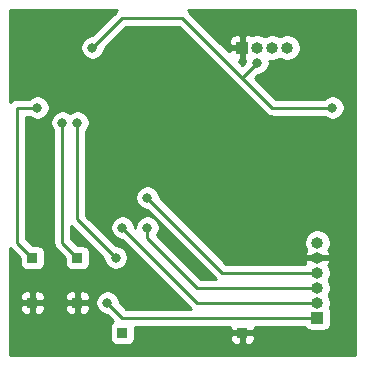
<source format=gbl>
%TF.GenerationSoftware,KiCad,Pcbnew,(5.1.12)-1*%
%TF.CreationDate,2022-02-08T18:48:31+00:00*%
%TF.ProjectId,Watch_PCB_V2,57617463-685f-4504-9342-5f56322e6b69,rev?*%
%TF.SameCoordinates,Original*%
%TF.FileFunction,Copper,L2,Bot*%
%TF.FilePolarity,Positive*%
%FSLAX46Y46*%
G04 Gerber Fmt 4.6, Leading zero omitted, Abs format (unit mm)*
G04 Created by KiCad (PCBNEW (5.1.12)-1) date 2022-02-08 18:48:31*
%MOMM*%
%LPD*%
G01*
G04 APERTURE LIST*
%TA.AperFunction,ComponentPad*%
%ADD10O,1.000000X1.000000*%
%TD*%
%TA.AperFunction,ComponentPad*%
%ADD11R,1.000000X1.000000*%
%TD*%
%TA.AperFunction,ComponentPad*%
%ADD12R,0.850000X0.850000*%
%TD*%
%TA.AperFunction,ViaPad*%
%ADD13C,0.800000*%
%TD*%
%TA.AperFunction,Conductor*%
%ADD14C,0.250000*%
%TD*%
%TA.AperFunction,Conductor*%
%ADD15C,0.254000*%
%TD*%
%TA.AperFunction,Conductor*%
%ADD16C,0.100000*%
%TD*%
G04 APERTURE END LIST*
D10*
%TO.P,ICSP_PORT1,6*%
%TO.N,Vin*%
X217170000Y-83820000D03*
%TO.P,ICSP_PORT1,5*%
%TO.N,GND*%
X217170000Y-85090000D03*
%TO.P,ICSP_PORT1,4*%
%TO.N,SCK*%
X217170000Y-86360000D03*
%TO.P,ICSP_PORT1,3*%
%TO.N,MISO*%
X217170000Y-87630000D03*
%TO.P,ICSP_PORT1,2*%
%TO.N,MOSI*%
X217170000Y-88900000D03*
D11*
%TO.P,ICSP_PORT1,1*%
%TO.N,SS*%
X217170000Y-90170000D03*
%TD*%
D10*
%TO.P,OLED,4*%
%TO.N,SDA*%
X214630000Y-67310000D03*
%TO.P,OLED,3*%
%TO.N,SCL*%
X213360000Y-67310000D03*
%TO.P,OLED,2*%
%TO.N,Vin*%
X212090000Y-67310000D03*
D11*
%TO.P,OLED,1*%
%TO.N,GND*%
X210820000Y-67310000D03*
%TD*%
D12*
%TO.P,GND1,1*%
%TO.N,GND*%
X210820000Y-91440000D03*
%TD*%
%TO.P,LB,1*%
%TO.N,Net-(Left_button1-Pad1)*%
X193040000Y-85090000D03*
%TD*%
%TO.P,LBI,1*%
%TO.N,GND*%
X193040000Y-88900000D03*
%TD*%
%TO.P,RB,1*%
%TO.N,Net-(MCU1-Pad2)*%
X196850000Y-85090000D03*
%TD*%
%TO.P,RBI,1*%
%TO.N,GND*%
X196850000Y-88900000D03*
%TD*%
%TO.P,VDD1,1*%
%TO.N,Vin*%
X200660000Y-91440000D03*
%TD*%
D13*
%TO.N,GND*%
X205740000Y-77470000D03*
X200660000Y-76200000D03*
%TO.N,SS*%
X199390000Y-88900000D03*
%TO.N,MOSI*%
X200660000Y-82550000D03*
X200660000Y-82550000D03*
%TO.N,MISO*%
X202770001Y-82550000D03*
%TO.N,SCK*%
X202770001Y-80010000D03*
%TO.N,Net-(Left_button1-Pad1)*%
X193469999Y-72390000D03*
%TO.N,Net-(MCU1-Pad2)*%
X195580000Y-73660000D03*
%TO.N,SCL*%
X198120000Y-67310000D03*
X218440000Y-72390000D03*
X212090000Y-68580000D03*
%TO.N,Net-(MCU1-Pad29)*%
X200095000Y-85090000D03*
X196850000Y-73660000D03*
%TD*%
D14*
%TO.N,SS*%
X199390000Y-88900000D02*
X200660000Y-90170000D01*
X200660000Y-90170000D02*
X217170000Y-90170000D01*
%TO.N,MOSI*%
X207010000Y-88900000D02*
X217170000Y-88900000D01*
X200660000Y-82550000D02*
X207010000Y-88900000D01*
%TO.N,MISO*%
X202770001Y-82550000D02*
X202770001Y-83390001D01*
X207010000Y-87630000D02*
X217170000Y-87630000D01*
X202770001Y-83390001D02*
X207010000Y-87630000D01*
%TO.N,SCK*%
X202770001Y-80010000D02*
X209120001Y-86360000D01*
X209120001Y-86360000D02*
X217170000Y-86360000D01*
%TO.N,Net-(Left_button1-Pad1)*%
X193469999Y-72390000D02*
X191770000Y-72390000D01*
X191770000Y-83820000D02*
X193040000Y-85090000D01*
X191770000Y-72390000D02*
X191770000Y-83820000D01*
%TO.N,Net-(MCU1-Pad2)*%
X195580000Y-83820000D02*
X196850000Y-85090000D01*
X195580000Y-74930000D02*
X195580000Y-83820000D01*
X195580000Y-73660000D02*
X195580000Y-74930000D01*
%TO.N,SCL*%
X198120000Y-67310000D02*
X200660000Y-64770000D01*
X200660000Y-64770000D02*
X205740000Y-64770000D01*
X213360000Y-72390000D02*
X218440000Y-72390000D01*
X210820000Y-69850000D02*
X213360000Y-72390000D01*
X205740000Y-64770000D02*
X210820000Y-69850000D01*
X210820000Y-69850000D02*
X212090000Y-68580000D01*
%TO.N,Net-(MCU1-Pad29)*%
X196850000Y-81845000D02*
X200095000Y-85090000D01*
X196850000Y-73660000D02*
X196850000Y-81845000D01*
%TD*%
D15*
%TO.N,GND*%
X200148996Y-64206201D02*
X200148992Y-64206205D01*
X200119999Y-64229999D01*
X200096205Y-64258992D01*
X198080199Y-66275000D01*
X198018061Y-66275000D01*
X197818102Y-66314774D01*
X197629744Y-66392795D01*
X197460226Y-66506063D01*
X197316063Y-66650226D01*
X197202795Y-66819744D01*
X197124774Y-67008102D01*
X197085000Y-67208061D01*
X197085000Y-67411939D01*
X197124774Y-67611898D01*
X197202795Y-67800256D01*
X197316063Y-67969774D01*
X197460226Y-68113937D01*
X197629744Y-68227205D01*
X197818102Y-68305226D01*
X198018061Y-68345000D01*
X198221939Y-68345000D01*
X198421898Y-68305226D01*
X198610256Y-68227205D01*
X198779774Y-68113937D01*
X198923937Y-67969774D01*
X199037205Y-67800256D01*
X199115226Y-67611898D01*
X199155000Y-67411939D01*
X199155000Y-67349801D01*
X200974803Y-65530000D01*
X205425199Y-65530000D01*
X210256200Y-70361002D01*
X210279999Y-70390001D01*
X210308997Y-70413799D01*
X210309002Y-70413803D01*
X212796205Y-72901008D01*
X212819999Y-72930001D01*
X212848992Y-72953795D01*
X212848996Y-72953799D01*
X212905568Y-73000226D01*
X212935724Y-73024974D01*
X213067753Y-73095546D01*
X213211014Y-73139003D01*
X213322667Y-73150000D01*
X213322676Y-73150000D01*
X213359999Y-73153676D01*
X213397322Y-73150000D01*
X217736289Y-73150000D01*
X217780226Y-73193937D01*
X217949744Y-73307205D01*
X218138102Y-73385226D01*
X218338061Y-73425000D01*
X218541939Y-73425000D01*
X218741898Y-73385226D01*
X218930256Y-73307205D01*
X219099774Y-73193937D01*
X219243937Y-73049774D01*
X219357205Y-72880256D01*
X219435226Y-72691898D01*
X219475000Y-72491939D01*
X219475000Y-72288061D01*
X219435226Y-72088102D01*
X219357205Y-71899744D01*
X219243937Y-71730226D01*
X219099774Y-71586063D01*
X218930256Y-71472795D01*
X218741898Y-71394774D01*
X218541939Y-71355000D01*
X218338061Y-71355000D01*
X218138102Y-71394774D01*
X217949744Y-71472795D01*
X217780226Y-71586063D01*
X217736289Y-71630000D01*
X213674803Y-71630000D01*
X211894801Y-69850000D01*
X212129802Y-69615000D01*
X212191939Y-69615000D01*
X212391898Y-69575226D01*
X212580256Y-69497205D01*
X212749774Y-69383937D01*
X212893937Y-69239774D01*
X213007205Y-69070256D01*
X213085226Y-68881898D01*
X213125000Y-68681939D01*
X213125000Y-68478061D01*
X213113077Y-68418120D01*
X213248212Y-68445000D01*
X213471788Y-68445000D01*
X213691067Y-68401383D01*
X213897624Y-68315824D01*
X213995000Y-68250759D01*
X214092376Y-68315824D01*
X214298933Y-68401383D01*
X214518212Y-68445000D01*
X214741788Y-68445000D01*
X214961067Y-68401383D01*
X215167624Y-68315824D01*
X215353520Y-68191612D01*
X215511612Y-68033520D01*
X215635824Y-67847624D01*
X215721383Y-67641067D01*
X215765000Y-67421788D01*
X215765000Y-67198212D01*
X215721383Y-66978933D01*
X215635824Y-66772376D01*
X215511612Y-66586480D01*
X215353520Y-66428388D01*
X215167624Y-66304176D01*
X214961067Y-66218617D01*
X214741788Y-66175000D01*
X214518212Y-66175000D01*
X214298933Y-66218617D01*
X214092376Y-66304176D01*
X213995000Y-66369241D01*
X213897624Y-66304176D01*
X213691067Y-66218617D01*
X213471788Y-66175000D01*
X213248212Y-66175000D01*
X213028933Y-66218617D01*
X212822376Y-66304176D01*
X212725000Y-66369241D01*
X212627624Y-66304176D01*
X212421067Y-66218617D01*
X212201788Y-66175000D01*
X211978212Y-66175000D01*
X211758933Y-66218617D01*
X211647226Y-66264888D01*
X211564180Y-66220498D01*
X211444482Y-66184188D01*
X211320000Y-66171928D01*
X211105750Y-66175000D01*
X210947000Y-66333750D01*
X210947000Y-67183000D01*
X210958026Y-67183000D01*
X210955000Y-67198212D01*
X210955000Y-67421788D01*
X210958026Y-67437000D01*
X210947000Y-67437000D01*
X210947000Y-68286250D01*
X211068905Y-68408155D01*
X211055000Y-68478061D01*
X211055000Y-68540198D01*
X210820000Y-68775198D01*
X210490430Y-68445628D01*
X210534250Y-68445000D01*
X210693000Y-68286250D01*
X210693000Y-67437000D01*
X209843750Y-67437000D01*
X209685000Y-67595750D01*
X209684372Y-67639570D01*
X208854802Y-66810000D01*
X209681928Y-66810000D01*
X209685000Y-67024250D01*
X209843750Y-67183000D01*
X210693000Y-67183000D01*
X210693000Y-66333750D01*
X210534250Y-66175000D01*
X210320000Y-66171928D01*
X210195518Y-66184188D01*
X210075820Y-66220498D01*
X209965506Y-66279463D01*
X209868815Y-66358815D01*
X209789463Y-66455506D01*
X209730498Y-66565820D01*
X209694188Y-66685518D01*
X209681928Y-66810000D01*
X208854802Y-66810000D01*
X206303804Y-64259003D01*
X206280001Y-64229999D01*
X206194707Y-64160000D01*
X220320000Y-64160000D01*
X220320001Y-93320000D01*
X191160000Y-93320000D01*
X191160000Y-89325000D01*
X191976928Y-89325000D01*
X191989188Y-89449482D01*
X192025498Y-89569180D01*
X192084463Y-89679494D01*
X192163815Y-89776185D01*
X192260506Y-89855537D01*
X192370820Y-89914502D01*
X192490518Y-89950812D01*
X192615000Y-89963072D01*
X192754250Y-89960000D01*
X192913000Y-89801250D01*
X192913000Y-89027000D01*
X193167000Y-89027000D01*
X193167000Y-89801250D01*
X193325750Y-89960000D01*
X193465000Y-89963072D01*
X193589482Y-89950812D01*
X193709180Y-89914502D01*
X193819494Y-89855537D01*
X193916185Y-89776185D01*
X193995537Y-89679494D01*
X194054502Y-89569180D01*
X194090812Y-89449482D01*
X194103072Y-89325000D01*
X195786928Y-89325000D01*
X195799188Y-89449482D01*
X195835498Y-89569180D01*
X195894463Y-89679494D01*
X195973815Y-89776185D01*
X196070506Y-89855537D01*
X196180820Y-89914502D01*
X196300518Y-89950812D01*
X196425000Y-89963072D01*
X196564250Y-89960000D01*
X196723000Y-89801250D01*
X196723000Y-89027000D01*
X196977000Y-89027000D01*
X196977000Y-89801250D01*
X197135750Y-89960000D01*
X197275000Y-89963072D01*
X197399482Y-89950812D01*
X197519180Y-89914502D01*
X197629494Y-89855537D01*
X197726185Y-89776185D01*
X197805537Y-89679494D01*
X197864502Y-89569180D01*
X197900812Y-89449482D01*
X197913072Y-89325000D01*
X197910000Y-89185750D01*
X197751250Y-89027000D01*
X196977000Y-89027000D01*
X196723000Y-89027000D01*
X195948750Y-89027000D01*
X195790000Y-89185750D01*
X195786928Y-89325000D01*
X194103072Y-89325000D01*
X194100000Y-89185750D01*
X193941250Y-89027000D01*
X193167000Y-89027000D01*
X192913000Y-89027000D01*
X192138750Y-89027000D01*
X191980000Y-89185750D01*
X191976928Y-89325000D01*
X191160000Y-89325000D01*
X191160000Y-88798061D01*
X198355000Y-88798061D01*
X198355000Y-89001939D01*
X198394774Y-89201898D01*
X198472795Y-89390256D01*
X198586063Y-89559774D01*
X198730226Y-89703937D01*
X198899744Y-89817205D01*
X199088102Y-89895226D01*
X199288061Y-89935000D01*
X199350199Y-89935000D01*
X199892989Y-90477791D01*
X199880506Y-90484463D01*
X199783815Y-90563815D01*
X199704463Y-90660506D01*
X199645498Y-90770820D01*
X199609188Y-90890518D01*
X199596928Y-91015000D01*
X199596928Y-91865000D01*
X199609188Y-91989482D01*
X199645498Y-92109180D01*
X199704463Y-92219494D01*
X199783815Y-92316185D01*
X199880506Y-92395537D01*
X199990820Y-92454502D01*
X200110518Y-92490812D01*
X200235000Y-92503072D01*
X201085000Y-92503072D01*
X201209482Y-92490812D01*
X201329180Y-92454502D01*
X201439494Y-92395537D01*
X201536185Y-92316185D01*
X201615537Y-92219494D01*
X201674502Y-92109180D01*
X201710812Y-91989482D01*
X201723072Y-91865000D01*
X209756928Y-91865000D01*
X209769188Y-91989482D01*
X209805498Y-92109180D01*
X209864463Y-92219494D01*
X209943815Y-92316185D01*
X210040506Y-92395537D01*
X210150820Y-92454502D01*
X210270518Y-92490812D01*
X210395000Y-92503072D01*
X210534250Y-92500000D01*
X210693000Y-92341250D01*
X210693000Y-91567000D01*
X210947000Y-91567000D01*
X210947000Y-92341250D01*
X211105750Y-92500000D01*
X211245000Y-92503072D01*
X211369482Y-92490812D01*
X211489180Y-92454502D01*
X211599494Y-92395537D01*
X211696185Y-92316185D01*
X211775537Y-92219494D01*
X211834502Y-92109180D01*
X211870812Y-91989482D01*
X211883072Y-91865000D01*
X211880000Y-91725750D01*
X211721250Y-91567000D01*
X210947000Y-91567000D01*
X210693000Y-91567000D01*
X209918750Y-91567000D01*
X209760000Y-91725750D01*
X209756928Y-91865000D01*
X201723072Y-91865000D01*
X201723072Y-91015000D01*
X201714701Y-90930000D01*
X209765299Y-90930000D01*
X209756928Y-91015000D01*
X209760000Y-91154250D01*
X209918750Y-91313000D01*
X210693000Y-91313000D01*
X210693000Y-91293000D01*
X210947000Y-91293000D01*
X210947000Y-91313000D01*
X211721250Y-91313000D01*
X211880000Y-91154250D01*
X211883072Y-91015000D01*
X211874701Y-90930000D01*
X216088954Y-90930000D01*
X216139463Y-91024494D01*
X216218815Y-91121185D01*
X216315506Y-91200537D01*
X216425820Y-91259502D01*
X216545518Y-91295812D01*
X216670000Y-91308072D01*
X217670000Y-91308072D01*
X217794482Y-91295812D01*
X217914180Y-91259502D01*
X218024494Y-91200537D01*
X218121185Y-91121185D01*
X218200537Y-91024494D01*
X218259502Y-90914180D01*
X218295812Y-90794482D01*
X218308072Y-90670000D01*
X218308072Y-89670000D01*
X218295812Y-89545518D01*
X218259502Y-89425820D01*
X218215112Y-89342774D01*
X218261383Y-89231067D01*
X218305000Y-89011788D01*
X218305000Y-88788212D01*
X218261383Y-88568933D01*
X218175824Y-88362376D01*
X218110759Y-88265000D01*
X218175824Y-88167624D01*
X218261383Y-87961067D01*
X218305000Y-87741788D01*
X218305000Y-87518212D01*
X218261383Y-87298933D01*
X218175824Y-87092376D01*
X218110759Y-86995000D01*
X218175824Y-86897624D01*
X218261383Y-86691067D01*
X218305000Y-86471788D01*
X218305000Y-86248212D01*
X218261383Y-86028933D01*
X218175824Y-85822376D01*
X218107647Y-85720342D01*
X218157123Y-85650206D01*
X218247446Y-85446864D01*
X218264119Y-85391874D01*
X218137954Y-85217000D01*
X217297000Y-85217000D01*
X217297000Y-85228026D01*
X217281788Y-85225000D01*
X217058212Y-85225000D01*
X217043000Y-85228026D01*
X217043000Y-85217000D01*
X216202046Y-85217000D01*
X216075881Y-85391874D01*
X216092554Y-85446864D01*
X216160576Y-85600000D01*
X209434803Y-85600000D01*
X207543015Y-83708212D01*
X216035000Y-83708212D01*
X216035000Y-83931788D01*
X216078617Y-84151067D01*
X216164176Y-84357624D01*
X216232353Y-84459658D01*
X216182877Y-84529794D01*
X216092554Y-84733136D01*
X216075881Y-84788126D01*
X216202046Y-84963000D01*
X217043000Y-84963000D01*
X217043000Y-84951974D01*
X217058212Y-84955000D01*
X217281788Y-84955000D01*
X217297000Y-84951974D01*
X217297000Y-84963000D01*
X218137954Y-84963000D01*
X218264119Y-84788126D01*
X218247446Y-84733136D01*
X218157123Y-84529794D01*
X218107647Y-84459658D01*
X218175824Y-84357624D01*
X218261383Y-84151067D01*
X218305000Y-83931788D01*
X218305000Y-83708212D01*
X218261383Y-83488933D01*
X218175824Y-83282376D01*
X218051612Y-83096480D01*
X217893520Y-82938388D01*
X217707624Y-82814176D01*
X217501067Y-82728617D01*
X217281788Y-82685000D01*
X217058212Y-82685000D01*
X216838933Y-82728617D01*
X216632376Y-82814176D01*
X216446480Y-82938388D01*
X216288388Y-83096480D01*
X216164176Y-83282376D01*
X216078617Y-83488933D01*
X216035000Y-83708212D01*
X207543015Y-83708212D01*
X203805001Y-79970199D01*
X203805001Y-79908061D01*
X203765227Y-79708102D01*
X203687206Y-79519744D01*
X203573938Y-79350226D01*
X203429775Y-79206063D01*
X203260257Y-79092795D01*
X203071899Y-79014774D01*
X202871940Y-78975000D01*
X202668062Y-78975000D01*
X202468103Y-79014774D01*
X202279745Y-79092795D01*
X202110227Y-79206063D01*
X201966064Y-79350226D01*
X201852796Y-79519744D01*
X201774775Y-79708102D01*
X201735001Y-79908061D01*
X201735001Y-80111939D01*
X201774775Y-80311898D01*
X201852796Y-80500256D01*
X201966064Y-80669774D01*
X202110227Y-80813937D01*
X202279745Y-80927205D01*
X202468103Y-81005226D01*
X202668062Y-81045000D01*
X202730200Y-81045000D01*
X208555199Y-86870000D01*
X207324802Y-86870000D01*
X203610242Y-83155441D01*
X203687206Y-83040256D01*
X203765227Y-82851898D01*
X203805001Y-82651939D01*
X203805001Y-82448061D01*
X203765227Y-82248102D01*
X203687206Y-82059744D01*
X203573938Y-81890226D01*
X203429775Y-81746063D01*
X203260257Y-81632795D01*
X203071899Y-81554774D01*
X202871940Y-81515000D01*
X202668062Y-81515000D01*
X202468103Y-81554774D01*
X202279745Y-81632795D01*
X202110227Y-81746063D01*
X201966064Y-81890226D01*
X201852796Y-82059744D01*
X201774775Y-82248102D01*
X201735001Y-82448061D01*
X201735001Y-82550200D01*
X201695000Y-82510199D01*
X201695000Y-82448061D01*
X201655226Y-82248102D01*
X201577205Y-82059744D01*
X201463937Y-81890226D01*
X201319774Y-81746063D01*
X201150256Y-81632795D01*
X200961898Y-81554774D01*
X200761939Y-81515000D01*
X200558061Y-81515000D01*
X200358102Y-81554774D01*
X200169744Y-81632795D01*
X200000226Y-81746063D01*
X199856063Y-81890226D01*
X199742795Y-82059744D01*
X199664774Y-82248102D01*
X199625000Y-82448061D01*
X199625000Y-82651939D01*
X199664774Y-82851898D01*
X199742795Y-83040256D01*
X199856063Y-83209774D01*
X200000226Y-83353937D01*
X200169744Y-83467205D01*
X200358102Y-83545226D01*
X200558061Y-83585000D01*
X200620199Y-83585000D01*
X206445198Y-89410000D01*
X200974802Y-89410000D01*
X200425000Y-88860199D01*
X200425000Y-88798061D01*
X200385226Y-88598102D01*
X200307205Y-88409744D01*
X200193937Y-88240226D01*
X200049774Y-88096063D01*
X199880256Y-87982795D01*
X199691898Y-87904774D01*
X199491939Y-87865000D01*
X199288061Y-87865000D01*
X199088102Y-87904774D01*
X198899744Y-87982795D01*
X198730226Y-88096063D01*
X198586063Y-88240226D01*
X198472795Y-88409744D01*
X198394774Y-88598102D01*
X198355000Y-88798061D01*
X191160000Y-88798061D01*
X191160000Y-88475000D01*
X191976928Y-88475000D01*
X191980000Y-88614250D01*
X192138750Y-88773000D01*
X192913000Y-88773000D01*
X192913000Y-87998750D01*
X193167000Y-87998750D01*
X193167000Y-88773000D01*
X193941250Y-88773000D01*
X194100000Y-88614250D01*
X194103072Y-88475000D01*
X195786928Y-88475000D01*
X195790000Y-88614250D01*
X195948750Y-88773000D01*
X196723000Y-88773000D01*
X196723000Y-87998750D01*
X196977000Y-87998750D01*
X196977000Y-88773000D01*
X197751250Y-88773000D01*
X197910000Y-88614250D01*
X197913072Y-88475000D01*
X197900812Y-88350518D01*
X197864502Y-88230820D01*
X197805537Y-88120506D01*
X197726185Y-88023815D01*
X197629494Y-87944463D01*
X197519180Y-87885498D01*
X197399482Y-87849188D01*
X197275000Y-87836928D01*
X197135750Y-87840000D01*
X196977000Y-87998750D01*
X196723000Y-87998750D01*
X196564250Y-87840000D01*
X196425000Y-87836928D01*
X196300518Y-87849188D01*
X196180820Y-87885498D01*
X196070506Y-87944463D01*
X195973815Y-88023815D01*
X195894463Y-88120506D01*
X195835498Y-88230820D01*
X195799188Y-88350518D01*
X195786928Y-88475000D01*
X194103072Y-88475000D01*
X194090812Y-88350518D01*
X194054502Y-88230820D01*
X193995537Y-88120506D01*
X193916185Y-88023815D01*
X193819494Y-87944463D01*
X193709180Y-87885498D01*
X193589482Y-87849188D01*
X193465000Y-87836928D01*
X193325750Y-87840000D01*
X193167000Y-87998750D01*
X192913000Y-87998750D01*
X192754250Y-87840000D01*
X192615000Y-87836928D01*
X192490518Y-87849188D01*
X192370820Y-87885498D01*
X192260506Y-87944463D01*
X192163815Y-88023815D01*
X192084463Y-88120506D01*
X192025498Y-88230820D01*
X191989188Y-88350518D01*
X191976928Y-88475000D01*
X191160000Y-88475000D01*
X191160000Y-84274707D01*
X191206201Y-84331002D01*
X191230000Y-84360001D01*
X191258998Y-84383799D01*
X191976928Y-85101730D01*
X191976928Y-85515000D01*
X191989188Y-85639482D01*
X192025498Y-85759180D01*
X192084463Y-85869494D01*
X192163815Y-85966185D01*
X192260506Y-86045537D01*
X192370820Y-86104502D01*
X192490518Y-86140812D01*
X192615000Y-86153072D01*
X193465000Y-86153072D01*
X193589482Y-86140812D01*
X193709180Y-86104502D01*
X193819494Y-86045537D01*
X193916185Y-85966185D01*
X193995537Y-85869494D01*
X194054502Y-85759180D01*
X194090812Y-85639482D01*
X194103072Y-85515000D01*
X194103072Y-84665000D01*
X194090812Y-84540518D01*
X194054502Y-84420820D01*
X193995537Y-84310506D01*
X193916185Y-84213815D01*
X193819494Y-84134463D01*
X193709180Y-84075498D01*
X193589482Y-84039188D01*
X193465000Y-84026928D01*
X193051730Y-84026928D01*
X192530000Y-83505199D01*
X192530000Y-73558061D01*
X194545000Y-73558061D01*
X194545000Y-73761939D01*
X194584774Y-73961898D01*
X194662795Y-74150256D01*
X194776063Y-74319774D01*
X194820001Y-74363712D01*
X194820001Y-74892658D01*
X194820000Y-74892668D01*
X194820001Y-83782668D01*
X194816324Y-83820000D01*
X194830998Y-83968985D01*
X194874454Y-84112246D01*
X194945026Y-84244276D01*
X195016201Y-84331002D01*
X195040000Y-84360001D01*
X195068998Y-84383799D01*
X195786928Y-85101730D01*
X195786928Y-85515000D01*
X195799188Y-85639482D01*
X195835498Y-85759180D01*
X195894463Y-85869494D01*
X195973815Y-85966185D01*
X196070506Y-86045537D01*
X196180820Y-86104502D01*
X196300518Y-86140812D01*
X196425000Y-86153072D01*
X197275000Y-86153072D01*
X197399482Y-86140812D01*
X197519180Y-86104502D01*
X197629494Y-86045537D01*
X197726185Y-85966185D01*
X197805537Y-85869494D01*
X197864502Y-85759180D01*
X197900812Y-85639482D01*
X197913072Y-85515000D01*
X197913072Y-84665000D01*
X197900812Y-84540518D01*
X197864502Y-84420820D01*
X197805537Y-84310506D01*
X197726185Y-84213815D01*
X197629494Y-84134463D01*
X197519180Y-84075498D01*
X197399482Y-84039188D01*
X197275000Y-84026928D01*
X196861730Y-84026928D01*
X196340000Y-83505199D01*
X196340000Y-82409801D01*
X199060000Y-85129802D01*
X199060000Y-85191939D01*
X199099774Y-85391898D01*
X199177795Y-85580256D01*
X199291063Y-85749774D01*
X199435226Y-85893937D01*
X199604744Y-86007205D01*
X199793102Y-86085226D01*
X199993061Y-86125000D01*
X200196939Y-86125000D01*
X200396898Y-86085226D01*
X200585256Y-86007205D01*
X200754774Y-85893937D01*
X200898937Y-85749774D01*
X201012205Y-85580256D01*
X201090226Y-85391898D01*
X201130000Y-85191939D01*
X201130000Y-84988061D01*
X201090226Y-84788102D01*
X201012205Y-84599744D01*
X200898937Y-84430226D01*
X200754774Y-84286063D01*
X200585256Y-84172795D01*
X200396898Y-84094774D01*
X200196939Y-84055000D01*
X200134802Y-84055000D01*
X197610000Y-81530199D01*
X197610000Y-74363711D01*
X197653937Y-74319774D01*
X197767205Y-74150256D01*
X197845226Y-73961898D01*
X197885000Y-73761939D01*
X197885000Y-73558061D01*
X197845226Y-73358102D01*
X197767205Y-73169744D01*
X197653937Y-73000226D01*
X197509774Y-72856063D01*
X197340256Y-72742795D01*
X197151898Y-72664774D01*
X196951939Y-72625000D01*
X196748061Y-72625000D01*
X196548102Y-72664774D01*
X196359744Y-72742795D01*
X196215000Y-72839510D01*
X196070256Y-72742795D01*
X195881898Y-72664774D01*
X195681939Y-72625000D01*
X195478061Y-72625000D01*
X195278102Y-72664774D01*
X195089744Y-72742795D01*
X194920226Y-72856063D01*
X194776063Y-73000226D01*
X194662795Y-73169744D01*
X194584774Y-73358102D01*
X194545000Y-73558061D01*
X192530000Y-73558061D01*
X192530000Y-73150000D01*
X192766288Y-73150000D01*
X192810225Y-73193937D01*
X192979743Y-73307205D01*
X193168101Y-73385226D01*
X193368060Y-73425000D01*
X193571938Y-73425000D01*
X193771897Y-73385226D01*
X193960255Y-73307205D01*
X194129773Y-73193937D01*
X194273936Y-73049774D01*
X194387204Y-72880256D01*
X194465225Y-72691898D01*
X194504999Y-72491939D01*
X194504999Y-72288061D01*
X194465225Y-72088102D01*
X194387204Y-71899744D01*
X194273936Y-71730226D01*
X194129773Y-71586063D01*
X193960255Y-71472795D01*
X193771897Y-71394774D01*
X193571938Y-71355000D01*
X193368060Y-71355000D01*
X193168101Y-71394774D01*
X192979743Y-71472795D01*
X192810225Y-71586063D01*
X192766288Y-71630000D01*
X191807333Y-71630000D01*
X191770000Y-71626323D01*
X191732667Y-71630000D01*
X191621014Y-71640997D01*
X191477753Y-71684454D01*
X191345724Y-71755026D01*
X191229999Y-71849999D01*
X191160000Y-71935293D01*
X191160000Y-64160000D01*
X200205293Y-64160000D01*
X200148996Y-64206201D01*
%TA.AperFunction,Conductor*%
D16*
G36*
X200148996Y-64206201D02*
G01*
X200148992Y-64206205D01*
X200119999Y-64229999D01*
X200096205Y-64258992D01*
X198080199Y-66275000D01*
X198018061Y-66275000D01*
X197818102Y-66314774D01*
X197629744Y-66392795D01*
X197460226Y-66506063D01*
X197316063Y-66650226D01*
X197202795Y-66819744D01*
X197124774Y-67008102D01*
X197085000Y-67208061D01*
X197085000Y-67411939D01*
X197124774Y-67611898D01*
X197202795Y-67800256D01*
X197316063Y-67969774D01*
X197460226Y-68113937D01*
X197629744Y-68227205D01*
X197818102Y-68305226D01*
X198018061Y-68345000D01*
X198221939Y-68345000D01*
X198421898Y-68305226D01*
X198610256Y-68227205D01*
X198779774Y-68113937D01*
X198923937Y-67969774D01*
X199037205Y-67800256D01*
X199115226Y-67611898D01*
X199155000Y-67411939D01*
X199155000Y-67349801D01*
X200974803Y-65530000D01*
X205425199Y-65530000D01*
X210256200Y-70361002D01*
X210279999Y-70390001D01*
X210308997Y-70413799D01*
X210309002Y-70413803D01*
X212796205Y-72901008D01*
X212819999Y-72930001D01*
X212848992Y-72953795D01*
X212848996Y-72953799D01*
X212905568Y-73000226D01*
X212935724Y-73024974D01*
X213067753Y-73095546D01*
X213211014Y-73139003D01*
X213322667Y-73150000D01*
X213322676Y-73150000D01*
X213359999Y-73153676D01*
X213397322Y-73150000D01*
X217736289Y-73150000D01*
X217780226Y-73193937D01*
X217949744Y-73307205D01*
X218138102Y-73385226D01*
X218338061Y-73425000D01*
X218541939Y-73425000D01*
X218741898Y-73385226D01*
X218930256Y-73307205D01*
X219099774Y-73193937D01*
X219243937Y-73049774D01*
X219357205Y-72880256D01*
X219435226Y-72691898D01*
X219475000Y-72491939D01*
X219475000Y-72288061D01*
X219435226Y-72088102D01*
X219357205Y-71899744D01*
X219243937Y-71730226D01*
X219099774Y-71586063D01*
X218930256Y-71472795D01*
X218741898Y-71394774D01*
X218541939Y-71355000D01*
X218338061Y-71355000D01*
X218138102Y-71394774D01*
X217949744Y-71472795D01*
X217780226Y-71586063D01*
X217736289Y-71630000D01*
X213674803Y-71630000D01*
X211894801Y-69850000D01*
X212129802Y-69615000D01*
X212191939Y-69615000D01*
X212391898Y-69575226D01*
X212580256Y-69497205D01*
X212749774Y-69383937D01*
X212893937Y-69239774D01*
X213007205Y-69070256D01*
X213085226Y-68881898D01*
X213125000Y-68681939D01*
X213125000Y-68478061D01*
X213113077Y-68418120D01*
X213248212Y-68445000D01*
X213471788Y-68445000D01*
X213691067Y-68401383D01*
X213897624Y-68315824D01*
X213995000Y-68250759D01*
X214092376Y-68315824D01*
X214298933Y-68401383D01*
X214518212Y-68445000D01*
X214741788Y-68445000D01*
X214961067Y-68401383D01*
X215167624Y-68315824D01*
X215353520Y-68191612D01*
X215511612Y-68033520D01*
X215635824Y-67847624D01*
X215721383Y-67641067D01*
X215765000Y-67421788D01*
X215765000Y-67198212D01*
X215721383Y-66978933D01*
X215635824Y-66772376D01*
X215511612Y-66586480D01*
X215353520Y-66428388D01*
X215167624Y-66304176D01*
X214961067Y-66218617D01*
X214741788Y-66175000D01*
X214518212Y-66175000D01*
X214298933Y-66218617D01*
X214092376Y-66304176D01*
X213995000Y-66369241D01*
X213897624Y-66304176D01*
X213691067Y-66218617D01*
X213471788Y-66175000D01*
X213248212Y-66175000D01*
X213028933Y-66218617D01*
X212822376Y-66304176D01*
X212725000Y-66369241D01*
X212627624Y-66304176D01*
X212421067Y-66218617D01*
X212201788Y-66175000D01*
X211978212Y-66175000D01*
X211758933Y-66218617D01*
X211647226Y-66264888D01*
X211564180Y-66220498D01*
X211444482Y-66184188D01*
X211320000Y-66171928D01*
X211105750Y-66175000D01*
X210947000Y-66333750D01*
X210947000Y-67183000D01*
X210958026Y-67183000D01*
X210955000Y-67198212D01*
X210955000Y-67421788D01*
X210958026Y-67437000D01*
X210947000Y-67437000D01*
X210947000Y-68286250D01*
X211068905Y-68408155D01*
X211055000Y-68478061D01*
X211055000Y-68540198D01*
X210820000Y-68775198D01*
X210490430Y-68445628D01*
X210534250Y-68445000D01*
X210693000Y-68286250D01*
X210693000Y-67437000D01*
X209843750Y-67437000D01*
X209685000Y-67595750D01*
X209684372Y-67639570D01*
X208854802Y-66810000D01*
X209681928Y-66810000D01*
X209685000Y-67024250D01*
X209843750Y-67183000D01*
X210693000Y-67183000D01*
X210693000Y-66333750D01*
X210534250Y-66175000D01*
X210320000Y-66171928D01*
X210195518Y-66184188D01*
X210075820Y-66220498D01*
X209965506Y-66279463D01*
X209868815Y-66358815D01*
X209789463Y-66455506D01*
X209730498Y-66565820D01*
X209694188Y-66685518D01*
X209681928Y-66810000D01*
X208854802Y-66810000D01*
X206303804Y-64259003D01*
X206280001Y-64229999D01*
X206194707Y-64160000D01*
X220320000Y-64160000D01*
X220320001Y-93320000D01*
X191160000Y-93320000D01*
X191160000Y-89325000D01*
X191976928Y-89325000D01*
X191989188Y-89449482D01*
X192025498Y-89569180D01*
X192084463Y-89679494D01*
X192163815Y-89776185D01*
X192260506Y-89855537D01*
X192370820Y-89914502D01*
X192490518Y-89950812D01*
X192615000Y-89963072D01*
X192754250Y-89960000D01*
X192913000Y-89801250D01*
X192913000Y-89027000D01*
X193167000Y-89027000D01*
X193167000Y-89801250D01*
X193325750Y-89960000D01*
X193465000Y-89963072D01*
X193589482Y-89950812D01*
X193709180Y-89914502D01*
X193819494Y-89855537D01*
X193916185Y-89776185D01*
X193995537Y-89679494D01*
X194054502Y-89569180D01*
X194090812Y-89449482D01*
X194103072Y-89325000D01*
X195786928Y-89325000D01*
X195799188Y-89449482D01*
X195835498Y-89569180D01*
X195894463Y-89679494D01*
X195973815Y-89776185D01*
X196070506Y-89855537D01*
X196180820Y-89914502D01*
X196300518Y-89950812D01*
X196425000Y-89963072D01*
X196564250Y-89960000D01*
X196723000Y-89801250D01*
X196723000Y-89027000D01*
X196977000Y-89027000D01*
X196977000Y-89801250D01*
X197135750Y-89960000D01*
X197275000Y-89963072D01*
X197399482Y-89950812D01*
X197519180Y-89914502D01*
X197629494Y-89855537D01*
X197726185Y-89776185D01*
X197805537Y-89679494D01*
X197864502Y-89569180D01*
X197900812Y-89449482D01*
X197913072Y-89325000D01*
X197910000Y-89185750D01*
X197751250Y-89027000D01*
X196977000Y-89027000D01*
X196723000Y-89027000D01*
X195948750Y-89027000D01*
X195790000Y-89185750D01*
X195786928Y-89325000D01*
X194103072Y-89325000D01*
X194100000Y-89185750D01*
X193941250Y-89027000D01*
X193167000Y-89027000D01*
X192913000Y-89027000D01*
X192138750Y-89027000D01*
X191980000Y-89185750D01*
X191976928Y-89325000D01*
X191160000Y-89325000D01*
X191160000Y-88798061D01*
X198355000Y-88798061D01*
X198355000Y-89001939D01*
X198394774Y-89201898D01*
X198472795Y-89390256D01*
X198586063Y-89559774D01*
X198730226Y-89703937D01*
X198899744Y-89817205D01*
X199088102Y-89895226D01*
X199288061Y-89935000D01*
X199350199Y-89935000D01*
X199892989Y-90477791D01*
X199880506Y-90484463D01*
X199783815Y-90563815D01*
X199704463Y-90660506D01*
X199645498Y-90770820D01*
X199609188Y-90890518D01*
X199596928Y-91015000D01*
X199596928Y-91865000D01*
X199609188Y-91989482D01*
X199645498Y-92109180D01*
X199704463Y-92219494D01*
X199783815Y-92316185D01*
X199880506Y-92395537D01*
X199990820Y-92454502D01*
X200110518Y-92490812D01*
X200235000Y-92503072D01*
X201085000Y-92503072D01*
X201209482Y-92490812D01*
X201329180Y-92454502D01*
X201439494Y-92395537D01*
X201536185Y-92316185D01*
X201615537Y-92219494D01*
X201674502Y-92109180D01*
X201710812Y-91989482D01*
X201723072Y-91865000D01*
X209756928Y-91865000D01*
X209769188Y-91989482D01*
X209805498Y-92109180D01*
X209864463Y-92219494D01*
X209943815Y-92316185D01*
X210040506Y-92395537D01*
X210150820Y-92454502D01*
X210270518Y-92490812D01*
X210395000Y-92503072D01*
X210534250Y-92500000D01*
X210693000Y-92341250D01*
X210693000Y-91567000D01*
X210947000Y-91567000D01*
X210947000Y-92341250D01*
X211105750Y-92500000D01*
X211245000Y-92503072D01*
X211369482Y-92490812D01*
X211489180Y-92454502D01*
X211599494Y-92395537D01*
X211696185Y-92316185D01*
X211775537Y-92219494D01*
X211834502Y-92109180D01*
X211870812Y-91989482D01*
X211883072Y-91865000D01*
X211880000Y-91725750D01*
X211721250Y-91567000D01*
X210947000Y-91567000D01*
X210693000Y-91567000D01*
X209918750Y-91567000D01*
X209760000Y-91725750D01*
X209756928Y-91865000D01*
X201723072Y-91865000D01*
X201723072Y-91015000D01*
X201714701Y-90930000D01*
X209765299Y-90930000D01*
X209756928Y-91015000D01*
X209760000Y-91154250D01*
X209918750Y-91313000D01*
X210693000Y-91313000D01*
X210693000Y-91293000D01*
X210947000Y-91293000D01*
X210947000Y-91313000D01*
X211721250Y-91313000D01*
X211880000Y-91154250D01*
X211883072Y-91015000D01*
X211874701Y-90930000D01*
X216088954Y-90930000D01*
X216139463Y-91024494D01*
X216218815Y-91121185D01*
X216315506Y-91200537D01*
X216425820Y-91259502D01*
X216545518Y-91295812D01*
X216670000Y-91308072D01*
X217670000Y-91308072D01*
X217794482Y-91295812D01*
X217914180Y-91259502D01*
X218024494Y-91200537D01*
X218121185Y-91121185D01*
X218200537Y-91024494D01*
X218259502Y-90914180D01*
X218295812Y-90794482D01*
X218308072Y-90670000D01*
X218308072Y-89670000D01*
X218295812Y-89545518D01*
X218259502Y-89425820D01*
X218215112Y-89342774D01*
X218261383Y-89231067D01*
X218305000Y-89011788D01*
X218305000Y-88788212D01*
X218261383Y-88568933D01*
X218175824Y-88362376D01*
X218110759Y-88265000D01*
X218175824Y-88167624D01*
X218261383Y-87961067D01*
X218305000Y-87741788D01*
X218305000Y-87518212D01*
X218261383Y-87298933D01*
X218175824Y-87092376D01*
X218110759Y-86995000D01*
X218175824Y-86897624D01*
X218261383Y-86691067D01*
X218305000Y-86471788D01*
X218305000Y-86248212D01*
X218261383Y-86028933D01*
X218175824Y-85822376D01*
X218107647Y-85720342D01*
X218157123Y-85650206D01*
X218247446Y-85446864D01*
X218264119Y-85391874D01*
X218137954Y-85217000D01*
X217297000Y-85217000D01*
X217297000Y-85228026D01*
X217281788Y-85225000D01*
X217058212Y-85225000D01*
X217043000Y-85228026D01*
X217043000Y-85217000D01*
X216202046Y-85217000D01*
X216075881Y-85391874D01*
X216092554Y-85446864D01*
X216160576Y-85600000D01*
X209434803Y-85600000D01*
X207543015Y-83708212D01*
X216035000Y-83708212D01*
X216035000Y-83931788D01*
X216078617Y-84151067D01*
X216164176Y-84357624D01*
X216232353Y-84459658D01*
X216182877Y-84529794D01*
X216092554Y-84733136D01*
X216075881Y-84788126D01*
X216202046Y-84963000D01*
X217043000Y-84963000D01*
X217043000Y-84951974D01*
X217058212Y-84955000D01*
X217281788Y-84955000D01*
X217297000Y-84951974D01*
X217297000Y-84963000D01*
X218137954Y-84963000D01*
X218264119Y-84788126D01*
X218247446Y-84733136D01*
X218157123Y-84529794D01*
X218107647Y-84459658D01*
X218175824Y-84357624D01*
X218261383Y-84151067D01*
X218305000Y-83931788D01*
X218305000Y-83708212D01*
X218261383Y-83488933D01*
X218175824Y-83282376D01*
X218051612Y-83096480D01*
X217893520Y-82938388D01*
X217707624Y-82814176D01*
X217501067Y-82728617D01*
X217281788Y-82685000D01*
X217058212Y-82685000D01*
X216838933Y-82728617D01*
X216632376Y-82814176D01*
X216446480Y-82938388D01*
X216288388Y-83096480D01*
X216164176Y-83282376D01*
X216078617Y-83488933D01*
X216035000Y-83708212D01*
X207543015Y-83708212D01*
X203805001Y-79970199D01*
X203805001Y-79908061D01*
X203765227Y-79708102D01*
X203687206Y-79519744D01*
X203573938Y-79350226D01*
X203429775Y-79206063D01*
X203260257Y-79092795D01*
X203071899Y-79014774D01*
X202871940Y-78975000D01*
X202668062Y-78975000D01*
X202468103Y-79014774D01*
X202279745Y-79092795D01*
X202110227Y-79206063D01*
X201966064Y-79350226D01*
X201852796Y-79519744D01*
X201774775Y-79708102D01*
X201735001Y-79908061D01*
X201735001Y-80111939D01*
X201774775Y-80311898D01*
X201852796Y-80500256D01*
X201966064Y-80669774D01*
X202110227Y-80813937D01*
X202279745Y-80927205D01*
X202468103Y-81005226D01*
X202668062Y-81045000D01*
X202730200Y-81045000D01*
X208555199Y-86870000D01*
X207324802Y-86870000D01*
X203610242Y-83155441D01*
X203687206Y-83040256D01*
X203765227Y-82851898D01*
X203805001Y-82651939D01*
X203805001Y-82448061D01*
X203765227Y-82248102D01*
X203687206Y-82059744D01*
X203573938Y-81890226D01*
X203429775Y-81746063D01*
X203260257Y-81632795D01*
X203071899Y-81554774D01*
X202871940Y-81515000D01*
X202668062Y-81515000D01*
X202468103Y-81554774D01*
X202279745Y-81632795D01*
X202110227Y-81746063D01*
X201966064Y-81890226D01*
X201852796Y-82059744D01*
X201774775Y-82248102D01*
X201735001Y-82448061D01*
X201735001Y-82550200D01*
X201695000Y-82510199D01*
X201695000Y-82448061D01*
X201655226Y-82248102D01*
X201577205Y-82059744D01*
X201463937Y-81890226D01*
X201319774Y-81746063D01*
X201150256Y-81632795D01*
X200961898Y-81554774D01*
X200761939Y-81515000D01*
X200558061Y-81515000D01*
X200358102Y-81554774D01*
X200169744Y-81632795D01*
X200000226Y-81746063D01*
X199856063Y-81890226D01*
X199742795Y-82059744D01*
X199664774Y-82248102D01*
X199625000Y-82448061D01*
X199625000Y-82651939D01*
X199664774Y-82851898D01*
X199742795Y-83040256D01*
X199856063Y-83209774D01*
X200000226Y-83353937D01*
X200169744Y-83467205D01*
X200358102Y-83545226D01*
X200558061Y-83585000D01*
X200620199Y-83585000D01*
X206445198Y-89410000D01*
X200974802Y-89410000D01*
X200425000Y-88860199D01*
X200425000Y-88798061D01*
X200385226Y-88598102D01*
X200307205Y-88409744D01*
X200193937Y-88240226D01*
X200049774Y-88096063D01*
X199880256Y-87982795D01*
X199691898Y-87904774D01*
X199491939Y-87865000D01*
X199288061Y-87865000D01*
X199088102Y-87904774D01*
X198899744Y-87982795D01*
X198730226Y-88096063D01*
X198586063Y-88240226D01*
X198472795Y-88409744D01*
X198394774Y-88598102D01*
X198355000Y-88798061D01*
X191160000Y-88798061D01*
X191160000Y-88475000D01*
X191976928Y-88475000D01*
X191980000Y-88614250D01*
X192138750Y-88773000D01*
X192913000Y-88773000D01*
X192913000Y-87998750D01*
X193167000Y-87998750D01*
X193167000Y-88773000D01*
X193941250Y-88773000D01*
X194100000Y-88614250D01*
X194103072Y-88475000D01*
X195786928Y-88475000D01*
X195790000Y-88614250D01*
X195948750Y-88773000D01*
X196723000Y-88773000D01*
X196723000Y-87998750D01*
X196977000Y-87998750D01*
X196977000Y-88773000D01*
X197751250Y-88773000D01*
X197910000Y-88614250D01*
X197913072Y-88475000D01*
X197900812Y-88350518D01*
X197864502Y-88230820D01*
X197805537Y-88120506D01*
X197726185Y-88023815D01*
X197629494Y-87944463D01*
X197519180Y-87885498D01*
X197399482Y-87849188D01*
X197275000Y-87836928D01*
X197135750Y-87840000D01*
X196977000Y-87998750D01*
X196723000Y-87998750D01*
X196564250Y-87840000D01*
X196425000Y-87836928D01*
X196300518Y-87849188D01*
X196180820Y-87885498D01*
X196070506Y-87944463D01*
X195973815Y-88023815D01*
X195894463Y-88120506D01*
X195835498Y-88230820D01*
X195799188Y-88350518D01*
X195786928Y-88475000D01*
X194103072Y-88475000D01*
X194090812Y-88350518D01*
X194054502Y-88230820D01*
X193995537Y-88120506D01*
X193916185Y-88023815D01*
X193819494Y-87944463D01*
X193709180Y-87885498D01*
X193589482Y-87849188D01*
X193465000Y-87836928D01*
X193325750Y-87840000D01*
X193167000Y-87998750D01*
X192913000Y-87998750D01*
X192754250Y-87840000D01*
X192615000Y-87836928D01*
X192490518Y-87849188D01*
X192370820Y-87885498D01*
X192260506Y-87944463D01*
X192163815Y-88023815D01*
X192084463Y-88120506D01*
X192025498Y-88230820D01*
X191989188Y-88350518D01*
X191976928Y-88475000D01*
X191160000Y-88475000D01*
X191160000Y-84274707D01*
X191206201Y-84331002D01*
X191230000Y-84360001D01*
X191258998Y-84383799D01*
X191976928Y-85101730D01*
X191976928Y-85515000D01*
X191989188Y-85639482D01*
X192025498Y-85759180D01*
X192084463Y-85869494D01*
X192163815Y-85966185D01*
X192260506Y-86045537D01*
X192370820Y-86104502D01*
X192490518Y-86140812D01*
X192615000Y-86153072D01*
X193465000Y-86153072D01*
X193589482Y-86140812D01*
X193709180Y-86104502D01*
X193819494Y-86045537D01*
X193916185Y-85966185D01*
X193995537Y-85869494D01*
X194054502Y-85759180D01*
X194090812Y-85639482D01*
X194103072Y-85515000D01*
X194103072Y-84665000D01*
X194090812Y-84540518D01*
X194054502Y-84420820D01*
X193995537Y-84310506D01*
X193916185Y-84213815D01*
X193819494Y-84134463D01*
X193709180Y-84075498D01*
X193589482Y-84039188D01*
X193465000Y-84026928D01*
X193051730Y-84026928D01*
X192530000Y-83505199D01*
X192530000Y-73558061D01*
X194545000Y-73558061D01*
X194545000Y-73761939D01*
X194584774Y-73961898D01*
X194662795Y-74150256D01*
X194776063Y-74319774D01*
X194820001Y-74363712D01*
X194820001Y-74892658D01*
X194820000Y-74892668D01*
X194820001Y-83782668D01*
X194816324Y-83820000D01*
X194830998Y-83968985D01*
X194874454Y-84112246D01*
X194945026Y-84244276D01*
X195016201Y-84331002D01*
X195040000Y-84360001D01*
X195068998Y-84383799D01*
X195786928Y-85101730D01*
X195786928Y-85515000D01*
X195799188Y-85639482D01*
X195835498Y-85759180D01*
X195894463Y-85869494D01*
X195973815Y-85966185D01*
X196070506Y-86045537D01*
X196180820Y-86104502D01*
X196300518Y-86140812D01*
X196425000Y-86153072D01*
X197275000Y-86153072D01*
X197399482Y-86140812D01*
X197519180Y-86104502D01*
X197629494Y-86045537D01*
X197726185Y-85966185D01*
X197805537Y-85869494D01*
X197864502Y-85759180D01*
X197900812Y-85639482D01*
X197913072Y-85515000D01*
X197913072Y-84665000D01*
X197900812Y-84540518D01*
X197864502Y-84420820D01*
X197805537Y-84310506D01*
X197726185Y-84213815D01*
X197629494Y-84134463D01*
X197519180Y-84075498D01*
X197399482Y-84039188D01*
X197275000Y-84026928D01*
X196861730Y-84026928D01*
X196340000Y-83505199D01*
X196340000Y-82409801D01*
X199060000Y-85129802D01*
X199060000Y-85191939D01*
X199099774Y-85391898D01*
X199177795Y-85580256D01*
X199291063Y-85749774D01*
X199435226Y-85893937D01*
X199604744Y-86007205D01*
X199793102Y-86085226D01*
X199993061Y-86125000D01*
X200196939Y-86125000D01*
X200396898Y-86085226D01*
X200585256Y-86007205D01*
X200754774Y-85893937D01*
X200898937Y-85749774D01*
X201012205Y-85580256D01*
X201090226Y-85391898D01*
X201130000Y-85191939D01*
X201130000Y-84988061D01*
X201090226Y-84788102D01*
X201012205Y-84599744D01*
X200898937Y-84430226D01*
X200754774Y-84286063D01*
X200585256Y-84172795D01*
X200396898Y-84094774D01*
X200196939Y-84055000D01*
X200134802Y-84055000D01*
X197610000Y-81530199D01*
X197610000Y-74363711D01*
X197653937Y-74319774D01*
X197767205Y-74150256D01*
X197845226Y-73961898D01*
X197885000Y-73761939D01*
X197885000Y-73558061D01*
X197845226Y-73358102D01*
X197767205Y-73169744D01*
X197653937Y-73000226D01*
X197509774Y-72856063D01*
X197340256Y-72742795D01*
X197151898Y-72664774D01*
X196951939Y-72625000D01*
X196748061Y-72625000D01*
X196548102Y-72664774D01*
X196359744Y-72742795D01*
X196215000Y-72839510D01*
X196070256Y-72742795D01*
X195881898Y-72664774D01*
X195681939Y-72625000D01*
X195478061Y-72625000D01*
X195278102Y-72664774D01*
X195089744Y-72742795D01*
X194920226Y-72856063D01*
X194776063Y-73000226D01*
X194662795Y-73169744D01*
X194584774Y-73358102D01*
X194545000Y-73558061D01*
X192530000Y-73558061D01*
X192530000Y-73150000D01*
X192766288Y-73150000D01*
X192810225Y-73193937D01*
X192979743Y-73307205D01*
X193168101Y-73385226D01*
X193368060Y-73425000D01*
X193571938Y-73425000D01*
X193771897Y-73385226D01*
X193960255Y-73307205D01*
X194129773Y-73193937D01*
X194273936Y-73049774D01*
X194387204Y-72880256D01*
X194465225Y-72691898D01*
X194504999Y-72491939D01*
X194504999Y-72288061D01*
X194465225Y-72088102D01*
X194387204Y-71899744D01*
X194273936Y-71730226D01*
X194129773Y-71586063D01*
X193960255Y-71472795D01*
X193771897Y-71394774D01*
X193571938Y-71355000D01*
X193368060Y-71355000D01*
X193168101Y-71394774D01*
X192979743Y-71472795D01*
X192810225Y-71586063D01*
X192766288Y-71630000D01*
X191807333Y-71630000D01*
X191770000Y-71626323D01*
X191732667Y-71630000D01*
X191621014Y-71640997D01*
X191477753Y-71684454D01*
X191345724Y-71755026D01*
X191229999Y-71849999D01*
X191160000Y-71935293D01*
X191160000Y-64160000D01*
X200205293Y-64160000D01*
X200148996Y-64206201D01*
G37*
%TD.AperFunction*%
%TD*%
M02*

</source>
